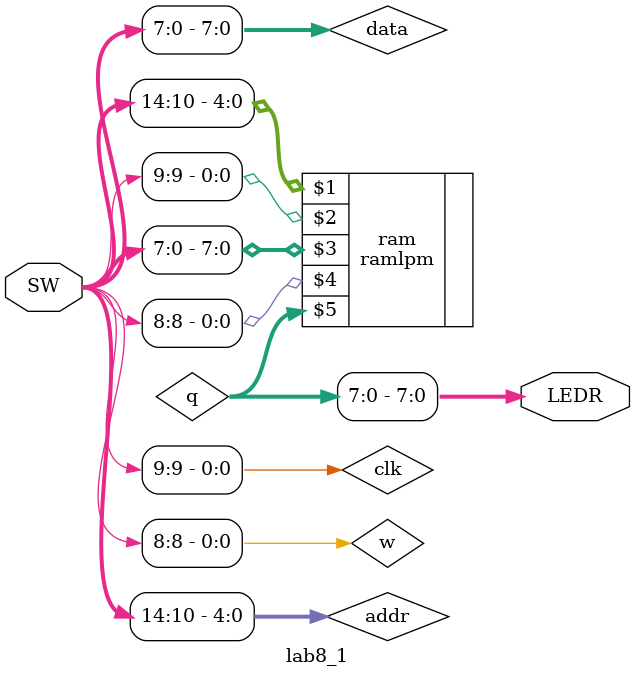
<source format=v>
module lab8_1 (input [17:0] SW, output [17:0] LEDR);
  
  wire [7:0] data, q;
  wire [4:0] addr; //32 8bit words
  wire w, clk;

  assign data = SW[7:0];
  assign w = SW[8];
  assign clk = SW[9];
  assign addr = SW[14:10];
  assign LEDR[7:0] = q;

  ramlpm ram (addr, clk, data, w, q);

endmodule
</source>
